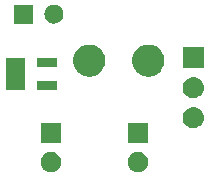
<source format=gts>
G04 #@! TF.GenerationSoftware,KiCad,Pcbnew,5.0.2+dfsg1-1~bpo9+1*
G04 #@! TF.CreationDate,2020-08-26T14:23:20+01:00*
G04 #@! TF.ProjectId,ncp1402,6e637031-3430-4322-9e6b-696361645f70,rev?*
G04 #@! TF.SameCoordinates,Original*
G04 #@! TF.FileFunction,Soldermask,Top*
G04 #@! TF.FilePolarity,Negative*
%FSLAX46Y46*%
G04 Gerber Fmt 4.6, Leading zero omitted, Abs format (unit mm)*
G04 Created by KiCad (PCBNEW 5.0.2+dfsg1-1~bpo9+1) date Wed 26 Aug 2020 14:23:20 IST*
%MOMM*%
%LPD*%
G01*
G04 APERTURE LIST*
%ADD10C,0.100000*%
G04 APERTURE END LIST*
D10*
G36*
X134995228Y-81818703D02*
X135150100Y-81882853D01*
X135289481Y-81975985D01*
X135408015Y-82094519D01*
X135501147Y-82233900D01*
X135565297Y-82388772D01*
X135598000Y-82553184D01*
X135598000Y-82720816D01*
X135565297Y-82885228D01*
X135501147Y-83040100D01*
X135408015Y-83179481D01*
X135289481Y-83298015D01*
X135150100Y-83391147D01*
X134995228Y-83455297D01*
X134830816Y-83488000D01*
X134663184Y-83488000D01*
X134498772Y-83455297D01*
X134343900Y-83391147D01*
X134204519Y-83298015D01*
X134085985Y-83179481D01*
X133992853Y-83040100D01*
X133928703Y-82885228D01*
X133896000Y-82720816D01*
X133896000Y-82553184D01*
X133928703Y-82388772D01*
X133992853Y-82233900D01*
X134085985Y-82094519D01*
X134204519Y-81975985D01*
X134343900Y-81882853D01*
X134498772Y-81818703D01*
X134663184Y-81786000D01*
X134830816Y-81786000D01*
X134995228Y-81818703D01*
X134995228Y-81818703D01*
G37*
G36*
X142361228Y-81818703D02*
X142516100Y-81882853D01*
X142655481Y-81975985D01*
X142774015Y-82094519D01*
X142867147Y-82233900D01*
X142931297Y-82388772D01*
X142964000Y-82553184D01*
X142964000Y-82720816D01*
X142931297Y-82885228D01*
X142867147Y-83040100D01*
X142774015Y-83179481D01*
X142655481Y-83298015D01*
X142516100Y-83391147D01*
X142361228Y-83455297D01*
X142196816Y-83488000D01*
X142029184Y-83488000D01*
X141864772Y-83455297D01*
X141709900Y-83391147D01*
X141570519Y-83298015D01*
X141451985Y-83179481D01*
X141358853Y-83040100D01*
X141294703Y-82885228D01*
X141262000Y-82720816D01*
X141262000Y-82553184D01*
X141294703Y-82388772D01*
X141358853Y-82233900D01*
X141451985Y-82094519D01*
X141570519Y-81975985D01*
X141709900Y-81882853D01*
X141864772Y-81818703D01*
X142029184Y-81786000D01*
X142196816Y-81786000D01*
X142361228Y-81818703D01*
X142361228Y-81818703D01*
G37*
G36*
X142964000Y-80988000D02*
X141262000Y-80988000D01*
X141262000Y-79286000D01*
X142964000Y-79286000D01*
X142964000Y-80988000D01*
X142964000Y-80988000D01*
G37*
G36*
X135598000Y-80988000D02*
X133896000Y-80988000D01*
X133896000Y-79286000D01*
X135598000Y-79286000D01*
X135598000Y-80988000D01*
X135598000Y-80988000D01*
G37*
G36*
X146922443Y-77972519D02*
X146988627Y-77979037D01*
X147101853Y-78013384D01*
X147158467Y-78030557D01*
X147297087Y-78104652D01*
X147314991Y-78114222D01*
X147350729Y-78143552D01*
X147452186Y-78226814D01*
X147535448Y-78328271D01*
X147564778Y-78364009D01*
X147564779Y-78364011D01*
X147648443Y-78520533D01*
X147648443Y-78520534D01*
X147699963Y-78690373D01*
X147717359Y-78867000D01*
X147699963Y-79043627D01*
X147665616Y-79156853D01*
X147648443Y-79213467D01*
X147574348Y-79352087D01*
X147564778Y-79369991D01*
X147535448Y-79405729D01*
X147452186Y-79507186D01*
X147350729Y-79590448D01*
X147314991Y-79619778D01*
X147314989Y-79619779D01*
X147158467Y-79703443D01*
X147101853Y-79720616D01*
X146988627Y-79754963D01*
X146922442Y-79761482D01*
X146856260Y-79768000D01*
X146767740Y-79768000D01*
X146701558Y-79761482D01*
X146635373Y-79754963D01*
X146522147Y-79720616D01*
X146465533Y-79703443D01*
X146309011Y-79619779D01*
X146309009Y-79619778D01*
X146273271Y-79590448D01*
X146171814Y-79507186D01*
X146088552Y-79405729D01*
X146059222Y-79369991D01*
X146049652Y-79352087D01*
X145975557Y-79213467D01*
X145958384Y-79156853D01*
X145924037Y-79043627D01*
X145906641Y-78867000D01*
X145924037Y-78690373D01*
X145975557Y-78520534D01*
X145975557Y-78520533D01*
X146059221Y-78364011D01*
X146059222Y-78364009D01*
X146088552Y-78328271D01*
X146171814Y-78226814D01*
X146273271Y-78143552D01*
X146309009Y-78114222D01*
X146326913Y-78104652D01*
X146465533Y-78030557D01*
X146522147Y-78013384D01*
X146635373Y-77979037D01*
X146701557Y-77972519D01*
X146767740Y-77966000D01*
X146856260Y-77966000D01*
X146922443Y-77972519D01*
X146922443Y-77972519D01*
G37*
G36*
X146922443Y-75432519D02*
X146988627Y-75439037D01*
X147101853Y-75473384D01*
X147158467Y-75490557D01*
X147288384Y-75560000D01*
X147314991Y-75574222D01*
X147350729Y-75603552D01*
X147452186Y-75686814D01*
X147535448Y-75788271D01*
X147564778Y-75824009D01*
X147564779Y-75824011D01*
X147648443Y-75980533D01*
X147648443Y-75980534D01*
X147699963Y-76150373D01*
X147717359Y-76327000D01*
X147699963Y-76503627D01*
X147665616Y-76616853D01*
X147648443Y-76673467D01*
X147574348Y-76812087D01*
X147564778Y-76829991D01*
X147535448Y-76865729D01*
X147452186Y-76967186D01*
X147350729Y-77050448D01*
X147314991Y-77079778D01*
X147314989Y-77079779D01*
X147158467Y-77163443D01*
X147101853Y-77180616D01*
X146988627Y-77214963D01*
X146922443Y-77221481D01*
X146856260Y-77228000D01*
X146767740Y-77228000D01*
X146701557Y-77221481D01*
X146635373Y-77214963D01*
X146522147Y-77180616D01*
X146465533Y-77163443D01*
X146309011Y-77079779D01*
X146309009Y-77079778D01*
X146273271Y-77050448D01*
X146171814Y-76967186D01*
X146088552Y-76865729D01*
X146059222Y-76829991D01*
X146049652Y-76812087D01*
X145975557Y-76673467D01*
X145958384Y-76616853D01*
X145924037Y-76503627D01*
X145906641Y-76327000D01*
X145924037Y-76150373D01*
X145975557Y-75980534D01*
X145975557Y-75980533D01*
X146059221Y-75824011D01*
X146059222Y-75824009D01*
X146088552Y-75788271D01*
X146171814Y-75686814D01*
X146273271Y-75603552D01*
X146309009Y-75574222D01*
X146335616Y-75560000D01*
X146465533Y-75490557D01*
X146522147Y-75473384D01*
X146635373Y-75439037D01*
X146701557Y-75432519D01*
X146767740Y-75426000D01*
X146856260Y-75426000D01*
X146922443Y-75432519D01*
X146922443Y-75432519D01*
G37*
G36*
X135277000Y-76510000D02*
X133615000Y-76510000D01*
X133615000Y-75758000D01*
X135277000Y-75758000D01*
X135277000Y-76510000D01*
X135277000Y-76510000D01*
G37*
G36*
X132577000Y-76510000D02*
X130915000Y-76510000D01*
X130915000Y-73858000D01*
X132577000Y-73858000D01*
X132577000Y-76510000D01*
X132577000Y-76510000D01*
G37*
G36*
X138265567Y-72715959D02*
X138396072Y-72741918D01*
X138641939Y-72843759D01*
X138862464Y-72991110D01*
X138863215Y-72991612D01*
X139051388Y-73179785D01*
X139051390Y-73179788D01*
X139199241Y-73401061D01*
X139301082Y-73646928D01*
X139353000Y-73907938D01*
X139353000Y-74174062D01*
X139301082Y-74435072D01*
X139199241Y-74680939D01*
X139051890Y-74901464D01*
X139051388Y-74902215D01*
X138863215Y-75090388D01*
X138863212Y-75090390D01*
X138641939Y-75238241D01*
X138396072Y-75340082D01*
X138265567Y-75366041D01*
X138135063Y-75392000D01*
X137868937Y-75392000D01*
X137738433Y-75366041D01*
X137607928Y-75340082D01*
X137362061Y-75238241D01*
X137140788Y-75090390D01*
X137140785Y-75090388D01*
X136952612Y-74902215D01*
X136952110Y-74901464D01*
X136804759Y-74680939D01*
X136702918Y-74435072D01*
X136651000Y-74174062D01*
X136651000Y-73907938D01*
X136702918Y-73646928D01*
X136804759Y-73401061D01*
X136952610Y-73179788D01*
X136952612Y-73179785D01*
X137140785Y-72991612D01*
X137141536Y-72991110D01*
X137362061Y-72843759D01*
X137607928Y-72741918D01*
X137738433Y-72715959D01*
X137868937Y-72690000D01*
X138135063Y-72690000D01*
X138265567Y-72715959D01*
X138265567Y-72715959D01*
G37*
G36*
X143265567Y-72715959D02*
X143396072Y-72741918D01*
X143641939Y-72843759D01*
X143862464Y-72991110D01*
X143863215Y-72991612D01*
X144051388Y-73179785D01*
X144051390Y-73179788D01*
X144199241Y-73401061D01*
X144301082Y-73646928D01*
X144353000Y-73907938D01*
X144353000Y-74174062D01*
X144301082Y-74435072D01*
X144199241Y-74680939D01*
X144051890Y-74901464D01*
X144051388Y-74902215D01*
X143863215Y-75090388D01*
X143863212Y-75090390D01*
X143641939Y-75238241D01*
X143396072Y-75340082D01*
X143265567Y-75366041D01*
X143135063Y-75392000D01*
X142868937Y-75392000D01*
X142738433Y-75366041D01*
X142607928Y-75340082D01*
X142362061Y-75238241D01*
X142140788Y-75090390D01*
X142140785Y-75090388D01*
X141952612Y-74902215D01*
X141952110Y-74901464D01*
X141804759Y-74680939D01*
X141702918Y-74435072D01*
X141651000Y-74174062D01*
X141651000Y-73907938D01*
X141702918Y-73646928D01*
X141804759Y-73401061D01*
X141952610Y-73179788D01*
X141952612Y-73179785D01*
X142140785Y-72991612D01*
X142141536Y-72991110D01*
X142362061Y-72843759D01*
X142607928Y-72741918D01*
X142738433Y-72715959D01*
X142868937Y-72690000D01*
X143135063Y-72690000D01*
X143265567Y-72715959D01*
X143265567Y-72715959D01*
G37*
G36*
X147713000Y-74688000D02*
X145911000Y-74688000D01*
X145911000Y-72886000D01*
X147713000Y-72886000D01*
X147713000Y-74688000D01*
X147713000Y-74688000D01*
G37*
G36*
X135277000Y-74610000D02*
X133615000Y-74610000D01*
X133615000Y-73858000D01*
X135277000Y-73858000D01*
X135277000Y-74610000D01*
X135277000Y-74610000D01*
G37*
G36*
X135158025Y-69314590D02*
X135309012Y-69360392D01*
X135448165Y-69434770D01*
X135570133Y-69534867D01*
X135670230Y-69656835D01*
X135744608Y-69795988D01*
X135790410Y-69946975D01*
X135805875Y-70104000D01*
X135790410Y-70261025D01*
X135744608Y-70412012D01*
X135670230Y-70551165D01*
X135570133Y-70673133D01*
X135448165Y-70773230D01*
X135309012Y-70847608D01*
X135158025Y-70893410D01*
X135040346Y-70905000D01*
X134961654Y-70905000D01*
X134843975Y-70893410D01*
X134692988Y-70847608D01*
X134553835Y-70773230D01*
X134431867Y-70673133D01*
X134331770Y-70551165D01*
X134257392Y-70412012D01*
X134211590Y-70261025D01*
X134196125Y-70104000D01*
X134211590Y-69946975D01*
X134257392Y-69795988D01*
X134331770Y-69656835D01*
X134431867Y-69534867D01*
X134553835Y-69434770D01*
X134692988Y-69360392D01*
X134843975Y-69314590D01*
X134961654Y-69303000D01*
X135040346Y-69303000D01*
X135158025Y-69314590D01*
X135158025Y-69314590D01*
G37*
G36*
X133262000Y-70905000D02*
X131660000Y-70905000D01*
X131660000Y-69303000D01*
X133262000Y-69303000D01*
X133262000Y-70905000D01*
X133262000Y-70905000D01*
G37*
M02*

</source>
